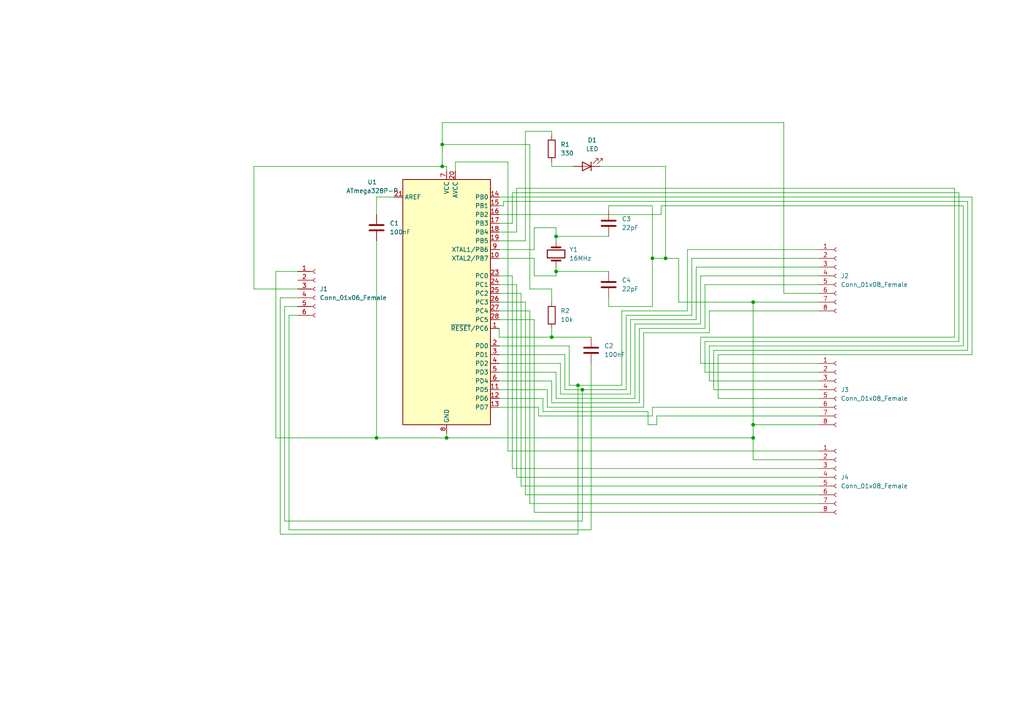
<source format=kicad_sch>
(kicad_sch (version 20211123) (generator eeschema)
  (paper "A4")
  (lib_symbols
    (symbol "Connector:Conn_01x06_Female" (pin_names (offset 1.016) hide)
      (property "Reference" "J" (at 0 7.62 0))
      (property "Value" "Conn_01x06_Female" (at 0 -10.16 0))
      (symbol "Conn_01x06_Female_1_1"
        (arc (start 0 -7.112) (mid -0.508 -7.62) (end 0 -8.128) (stroke (width 0.1524)))
        (arc (start 0 -4.572) (mid -0.508 -5.08) (end 0 -5.588) (stroke (width 0.1524)))
        (arc (start 0 -2.032) (mid -0.508 -2.54) (end 0 -3.048) (stroke (width 0.1524)))
        (polyline (pts (xy -1.27 -7.62) (xy -0.508 -7.62)) (stroke (width 0.1524)))
        (polyline (pts (xy -1.27 -5.08) (xy -0.508 -5.08)) (stroke (width 0.1524)))
        (polyline (pts (xy -1.27 -2.54) (xy -0.508 -2.54)) (stroke (width 0.1524)))
        (polyline (pts (xy -1.27 0) (xy -0.508 0)) (stroke (width 0.1524)))
        (polyline (pts (xy -1.27 2.54) (xy -0.508 2.54)) (stroke (width 0.1524)))
        (polyline (pts (xy -1.27 5.08) (xy -0.508 5.08)) (stroke (width 0.1524)))
        (arc (start 0 0.508) (mid -0.508 0) (end 0 -0.508) (stroke (width 0.1524)))
        (arc (start 0 3.048) (mid -0.508 2.54) (end 0 2.032) (stroke (width 0.1524)))
        (arc (start 0 5.588) (mid -0.508 5.08) (end 0 4.572) (stroke (width 0.1524)))
        (pin passive line (at -5.08 5.08 0) (length 3.81) (name "Pin_1") (number "1"))
        (pin passive line (at -5.08 2.54 0) (length 3.81) (name "Pin_2") (number "2"))
        (pin passive line (at -5.08 0 0) (length 3.81) (name "Pin_3") (number "3"))
        (pin passive line (at -5.08 -2.54 0) (length 3.81) (name "Pin_4") (number "4"))
        (pin passive line (at -5.08 -5.08 0) (length 3.81) (name "Pin_5") (number "5"))
        (pin passive line (at -5.08 -7.62 0) (length 3.81) (name "Pin_6") (number "6"))
      )
    )
    (symbol "Connector:Conn_01x08_Female" (pin_names (offset 1.016) hide)
      (property "Reference" "J" (at 0 10.16 0))
      (property "Value" "Conn_01x08_Female" (at 0 -12.7 0))
      (symbol "Conn_01x08_Female_1_1"
        (arc (start 0 -9.652) (mid -0.508 -10.16) (end 0 -10.668) (stroke (width 0.1524)))
        (arc (start 0 -7.112) (mid -0.508 -7.62) (end 0 -8.128) (stroke (width 0.1524)))
        (arc (start 0 -4.572) (mid -0.508 -5.08) (end 0 -5.588) (stroke (width 0.1524)))
        (arc (start 0 -2.032) (mid -0.508 -2.54) (end 0 -3.048) (stroke (width 0.1524)))
        (polyline (pts (xy -1.27 -10.16) (xy -0.508 -10.16)) (stroke (width 0.1524)))
        (polyline (pts (xy -1.27 -7.62) (xy -0.508 -7.62)) (stroke (width 0.1524)))
        (polyline (pts (xy -1.27 -5.08) (xy -0.508 -5.08)) (stroke (width 0.1524)))
        (polyline (pts (xy -1.27 -2.54) (xy -0.508 -2.54)) (stroke (width 0.1524)))
        (polyline (pts (xy -1.27 0) (xy -0.508 0)) (stroke (width 0.1524)))
        (polyline (pts (xy -1.27 2.54) (xy -0.508 2.54)) (stroke (width 0.1524)))
        (polyline (pts (xy -1.27 5.08) (xy -0.508 5.08)) (stroke (width 0.1524)))
        (polyline (pts (xy -1.27 7.62) (xy -0.508 7.62)) (stroke (width 0.1524)))
        (arc (start 0 0.508) (mid -0.508 0) (end 0 -0.508) (stroke (width 0.1524)))
        (arc (start 0 3.048) (mid -0.508 2.54) (end 0 2.032) (stroke (width 0.1524)))
        (arc (start 0 5.588) (mid -0.508 5.08) (end 0 4.572) (stroke (width 0.1524)))
        (arc (start 0 8.128) (mid -0.508 7.62) (end 0 7.112) (stroke (width 0.1524)))
        (pin passive line (at -5.08 7.62 0) (length 3.81) (name "Pin_1") (number "1"))
        (pin passive line (at -5.08 5.08 0) (length 3.81) (name "Pin_2") (number "2"))
        (pin passive line (at -5.08 2.54 0) (length 3.81) (name "Pin_3") (number "3"))
        (pin passive line (at -5.08 0 0) (length 3.81) (name "Pin_4") (number "4"))
        (pin passive line (at -5.08 -2.54 0) (length 3.81) (name "Pin_5") (number "5"))
        (pin passive line (at -5.08 -5.08 0) (length 3.81) (name "Pin_6") (number "6"))
        (pin passive line (at -5.08 -7.62 0) (length 3.81) (name "Pin_7") (number "7"))
        (pin passive line (at -5.08 -10.16 0) (length 3.81) (name "Pin_8") (number "8"))
      )
    )
    (symbol "Device:C" (pin_numbers hide) (pin_names (offset 0.254))
      (property "Reference" "C" (at 0.635 2.54 0))
      (property "Value" "C" (at 0.635 -2.54 0))
      (symbol "C_0_1"
        (polyline (pts (xy -2.032 -0.762) (xy 2.032 -0.762)) (stroke (width 0.508)))
        (polyline (pts (xy -2.032 0.762) (xy 2.032 0.762)) (stroke (width 0.508)))
      )
      (symbol "C_1_1"
        (pin passive line (at 0 3.81 270) (length 2.794) (name "~") (number "1"))
        (pin passive line (at 0 -3.81 90) (length 2.794) (name "~") (number "2"))
      )
    )
    (symbol "Device:Crystal" (pin_numbers hide) (pin_names (offset 1.016) hide)
      (property "Reference" "Y" (at 0 3.81 0))
      (property "Value" "Crystal" (at 0 -3.81 0))
      (symbol "Crystal_0_1"
        (rectangle (start -1.143 2.54) (end 1.143 -2.54) (stroke (width 0.3048)))
        (polyline (pts (xy -2.54 0) (xy -1.905 0)))
        (polyline (pts (xy -1.905 -1.27) (xy -1.905 1.27)) (stroke (width 0.508)))
        (polyline (pts (xy 1.905 -1.27) (xy 1.905 1.27)) (stroke (width 0.508)))
        (polyline (pts (xy 2.54 0) (xy 1.905 0)))
      )
      (symbol "Crystal_1_1"
        (pin passive line (at -3.81 0 0) (length 1.27) (name "1") (number "1"))
        (pin passive line (at 3.81 0 180) (length 1.27) (name "2") (number "2"))
      )
    )
    (symbol "Device:LED" (pin_numbers hide) (pin_names (offset 1.016) hide)
      (property "Reference" "D" (at 0 2.54 0))
      (property "Value" "LED" (at 0 -2.54 0))
      (symbol "LED_0_1"
        (polyline (pts (xy -1.27 -1.27) (xy -1.27 1.27)) (stroke (width 0.254)))
        (polyline (pts (xy -1.27 0) (xy 1.27 0)))
        (polyline (pts (xy 1.27 -1.27) (xy 1.27 1.27) (xy -1.27 0) (xy 1.27 -1.27)) (stroke (width 0.254)))
        (polyline (pts (xy -3.048 -0.762) (xy -4.572 -2.286) (xy -3.81 -2.286) (xy -4.572 -2.286) (xy -4.572 -1.524)))
        (polyline (pts (xy -1.778 -0.762) (xy -3.302 -2.286) (xy -2.54 -2.286) (xy -3.302 -2.286) (xy -3.302 -1.524)))
      )
      (symbol "LED_1_1"
        (pin passive line (at -3.81 0 0) (length 2.54) (name "K") (number "1"))
        (pin passive line (at 3.81 0 180) (length 2.54) (name "A") (number "2"))
      )
    )
    (symbol "Device:R" (pin_numbers hide) (pin_names (offset 0))
      (property "Reference" "R" (at 2.032 0 90))
      (property "Value" "R" (at 0 0 90))
      (symbol "R_0_1"
        (rectangle (start -1.016 -2.54) (end 1.016 2.54) (stroke (width 0.254)))
      )
      (symbol "R_1_1"
        (pin passive line (at 0 3.81 270) (length 1.27) (name "~") (number "1"))
        (pin passive line (at 0 -3.81 90) (length 1.27) (name "~") (number "2"))
      )
    )
    (symbol "MCU_Microchip_ATmega:ATmega328P-P"
      (property "Reference" "U" (at -12.7 36.83 0))
      (property "Value" "ATmega328P-P" (at 2.54 -36.83 0))
      (symbol "ATmega328P-P_0_1"
        (rectangle (start -12.7 -35.56) (end 12.7 35.56) (stroke (width 0.254)) (fill (type background)))
      )
      (symbol "ATmega328P-P_1_1"
        (pin bidirectional line (at 15.24 -7.62 180) (length 2.54) (name "~{RESET}/PC6") (number "1"))
        (pin bidirectional line (at 15.24 12.7 180) (length 2.54) (name "XTAL2/PB7") (number "10"))
        (pin bidirectional line (at 15.24 -25.4 180) (length 2.54) (name "PD5") (number "11"))
        (pin bidirectional line (at 15.24 -27.94 180) (length 2.54) (name "PD6") (number "12"))
        (pin bidirectional line (at 15.24 -30.48 180) (length 2.54) (name "PD7") (number "13"))
        (pin bidirectional line (at 15.24 30.48 180) (length 2.54) (name "PB0") (number "14"))
        (pin bidirectional line (at 15.24 27.94 180) (length 2.54) (name "PB1") (number "15"))
        (pin bidirectional line (at 15.24 25.4 180) (length 2.54) (name "PB2") (number "16"))
        (pin bidirectional line (at 15.24 22.86 180) (length 2.54) (name "PB3") (number "17"))
        (pin bidirectional line (at 15.24 20.32 180) (length 2.54) (name "PB4") (number "18"))
        (pin bidirectional line (at 15.24 17.78 180) (length 2.54) (name "PB5") (number "19"))
        (pin bidirectional line (at 15.24 -12.7 180) (length 2.54) (name "PD0") (number "2"))
        (pin power_in line (at 2.54 38.1 270) (length 2.54) (name "AVCC") (number "20"))
        (pin passive line (at -15.24 30.48 0) (length 2.54) (name "AREF") (number "21"))
        (pin passive line (at 0 -38.1 90) (length 2.54) hide (name "GND") (number "22"))
        (pin bidirectional line (at 15.24 7.62 180) (length 2.54) (name "PC0") (number "23"))
        (pin bidirectional line (at 15.24 5.08 180) (length 2.54) (name "PC1") (number "24"))
        (pin bidirectional line (at 15.24 2.54 180) (length 2.54) (name "PC2") (number "25"))
        (pin bidirectional line (at 15.24 0 180) (length 2.54) (name "PC3") (number "26"))
        (pin bidirectional line (at 15.24 -2.54 180) (length 2.54) (name "PC4") (number "27"))
        (pin bidirectional line (at 15.24 -5.08 180) (length 2.54) (name "PC5") (number "28"))
        (pin bidirectional line (at 15.24 -15.24 180) (length 2.54) (name "PD1") (number "3"))
        (pin bidirectional line (at 15.24 -17.78 180) (length 2.54) (name "PD2") (number "4"))
        (pin bidirectional line (at 15.24 -20.32 180) (length 2.54) (name "PD3") (number "5"))
        (pin bidirectional line (at 15.24 -22.86 180) (length 2.54) (name "PD4") (number "6"))
        (pin power_in line (at 0 38.1 270) (length 2.54) (name "VCC") (number "7"))
        (pin power_in line (at 0 -38.1 90) (length 2.54) (name "GND") (number "8"))
        (pin bidirectional line (at 15.24 15.24 180) (length 2.54) (name "XTAL1/PB6") (number "9"))
      )
    )
  )
  (junction (at 167.64 111.76))
  (junction (at 193.04 74.93))
  (junction (at 161.29 78.74))
  (junction (at 109.22 127))
  (junction (at 160.02 97.79))
  (junction (at 129.54 127))
  (junction (at 128.27 41.91))
  (junction (at 189.23 74.93))
  (junction (at 128.27 48.26))
  (junction (at 168.91 113.03))
  (junction (at 218.44 87.63))
  (junction (at 161.29 68.58))
  (junction (at 218.44 127))
  (junction (at 218.44 123.19))
  (wire (pts (xy 205.74 110.49) (xy 205.74 100.33)))
  (wire (pts (xy 154.94 80.01) (xy 161.29 80.01)))
  (wire (pts (xy 109.22 69.85) (xy 109.22 127)))
  (wire (pts (xy 182.88 92.71) (xy 182.88 114.3)))
  (wire (pts (xy 144.78 102.87) (xy 163.83 102.87)))
  (wire (pts (xy 218.44 87.63) (xy 237.49 87.63)))
  (wire (pts (xy 144.78 110.49) (xy 160.02 110.49)))
  (wire (pts (xy 200.66 74.93) (xy 237.49 74.93)))
  (wire (pts (xy 161.29 66.04) (xy 161.29 68.58)))
  (wire (pts (xy 144.78 80.01) (xy 148.59 80.01)))
  (wire (pts (xy 163.83 113.03) (xy 168.91 113.03)))
  (wire (pts (xy 86.36 78.74) (xy 80.01 78.74)))
  (wire (pts (xy 144.78 57.15) (xy 281.94 57.15)))
  (wire (pts (xy 189.23 120.65) (xy 189.23 118.11)))
  (wire (pts (xy 144.78 74.93) (xy 154.94 74.93)))
  (wire (pts (xy 187.96 123.19) (xy 190.5 123.19)))
  (wire (pts (xy 148.59 135.89) (xy 237.49 135.89)))
  (wire (pts (xy 280.67 101.6) (xy 207.01 101.6)))
  (wire (pts (xy 204.47 95.25) (xy 185.42 95.25)))
  (wire (pts (xy 227.33 85.09) (xy 237.49 85.09)))
  (wire (pts (xy 227.33 85.09) (xy 227.33 35.56)))
  (wire (pts (xy 132.08 46.99) (xy 147.32 46.99)))
  (wire (pts (xy 237.49 110.49) (xy 205.74 110.49)))
  (wire (pts (xy 156.21 120.65) (xy 156.21 118.11)))
  (wire (pts (xy 81.28 86.36) (xy 81.28 154.94)))
  (wire (pts (xy 80.01 78.74) (xy 80.01 127)))
  (wire (pts (xy 168.91 113.03) (xy 181.61 113.03)))
  (wire (pts (xy 227.33 35.56) (xy 128.27 35.56)))
  (wire (pts (xy 201.93 77.47) (xy 201.93 92.71)))
  (wire (pts (xy 144.78 82.55) (xy 149.86 82.55)))
  (wire (pts (xy 165.1 111.76) (xy 167.64 111.76)))
  (wire (pts (xy 180.34 111.76) (xy 180.34 90.17)))
  (wire (pts (xy 154.94 74.93) (xy 154.94 80.01)))
  (wire (pts (xy 180.34 90.17) (xy 199.39 90.17)))
  (wire (pts (xy 152.4 143.51) (xy 152.4 87.63)))
  (wire (pts (xy 208.28 102.87) (xy 208.28 115.57)))
  (wire (pts (xy 205.74 100.33) (xy 279.4 100.33)))
  (wire (pts (xy 83.82 153.67) (xy 171.45 153.67)))
  (wire (pts (xy 162.56 105.41) (xy 144.78 105.41)))
  (wire (pts (xy 281.94 57.15) (xy 281.94 102.87)))
  (wire (pts (xy 203.2 97.79) (xy 203.2 105.41)))
  (wire (pts (xy 144.78 97.79) (xy 144.78 95.25)))
  (wire (pts (xy 160.02 38.1) (xy 160.02 39.37)))
  (wire (pts (xy 160.02 48.26) (xy 166.37 48.26)))
  (wire (pts (xy 149.86 54.61) (xy 276.86 54.61)))
  (wire (pts (xy 160.02 83.82) (xy 153.67 83.82)))
  (wire (pts (xy 237.49 143.51) (xy 152.4 143.51)))
  (wire (pts (xy 157.48 115.57) (xy 157.48 119.38)))
  (wire (pts (xy 237.49 148.59) (xy 154.94 148.59)))
  (wire (pts (xy 205.74 90.17) (xy 205.74 96.52)))
  (wire (pts (xy 82.55 151.13) (xy 168.91 151.13)))
  (wire (pts (xy 160.02 46.99) (xy 160.02 48.26)))
  (wire (pts (xy 146.05 58.42) (xy 280.67 58.42)))
  (wire (pts (xy 207.01 101.6) (xy 207.01 113.03)))
  (wire (pts (xy 279.4 59.69) (xy 191.77 59.69)))
  (wire (pts (xy 189.23 88.9) (xy 176.53 88.9)))
  (wire (pts (xy 237.49 138.43) (xy 149.86 138.43)))
  (wire (pts (xy 190.5 123.19) (xy 190.5 120.65)))
  (wire (pts (xy 86.36 91.44) (xy 83.82 91.44)))
  (wire (pts (xy 154.94 92.71) (xy 144.78 92.71)))
  (wire (pts (xy 165.1 100.33) (xy 165.1 111.76)))
  (wire (pts (xy 237.49 90.17) (xy 205.74 90.17)))
  (wire (pts (xy 184.15 115.57) (xy 161.29 115.57)))
  (wire (pts (xy 153.67 146.05) (xy 153.67 90.17)))
  (wire (pts (xy 218.44 133.35) (xy 218.44 127)))
  (wire (pts (xy 190.5 120.65) (xy 237.49 120.65)))
  (wire (pts (xy 144.78 67.31) (xy 149.86 67.31)))
  (wire (pts (xy 144.78 69.85) (xy 152.4 69.85)))
  (wire (pts (xy 148.59 64.77) (xy 148.59 55.88)))
  (wire (pts (xy 86.36 88.9) (xy 82.55 88.9)))
  (wire (pts (xy 160.02 83.82) (xy 160.02 87.63)))
  (wire (pts (xy 186.69 118.11) (xy 158.75 118.11)))
  (wire (pts (xy 185.42 116.84) (xy 160.02 116.84)))
  (wire (pts (xy 114.3 57.15) (xy 109.22 57.15)))
  (wire (pts (xy 81.28 154.94) (xy 167.64 154.94)))
  (wire (pts (xy 237.49 140.97) (xy 151.13 140.97)))
  (wire (pts (xy 160.02 116.84) (xy 160.02 110.49)))
  (wire (pts (xy 161.29 78.74) (xy 161.29 80.01)))
  (wire (pts (xy 146.05 59.69) (xy 146.05 58.42)))
  (wire (pts (xy 204.47 99.06) (xy 204.47 107.95)))
  (wire (pts (xy 281.94 102.87) (xy 208.28 102.87)))
  (wire (pts (xy 158.75 113.03) (xy 144.78 113.03)))
  (wire (pts (xy 173.99 48.26) (xy 193.04 48.26)))
  (wire (pts (xy 161.29 68.58) (xy 161.29 69.85)))
  (wire (pts (xy 73.66 48.26) (xy 128.27 48.26)))
  (wire (pts (xy 144.78 107.95) (xy 161.29 107.95)))
  (wire (pts (xy 181.61 91.44) (xy 200.66 91.44)))
  (wire (pts (xy 168.91 151.13) (xy 168.91 113.03)))
  (wire (pts (xy 144.78 72.39) (xy 154.94 72.39)))
  (wire (pts (xy 187.96 119.38) (xy 187.96 123.19)))
  (wire (pts (xy 196.85 87.63) (xy 218.44 87.63)))
  (wire (pts (xy 184.15 93.98) (xy 184.15 115.57)))
  (wire (pts (xy 199.39 90.17) (xy 199.39 72.39)))
  (wire (pts (xy 204.47 82.55) (xy 204.47 95.25)))
  (wire (pts (xy 193.04 74.93) (xy 196.85 74.93)))
  (wire (pts (xy 199.39 72.39) (xy 237.49 72.39)))
  (wire (pts (xy 109.22 127) (xy 129.54 127)))
  (wire (pts (xy 156.21 118.11) (xy 144.78 118.11)))
  (wire (pts (xy 176.53 60.96) (xy 176.53 59.69)))
  (wire (pts (xy 144.78 64.77) (xy 148.59 64.77)))
  (wire (pts (xy 129.54 48.26) (xy 129.54 49.53)))
  (wire (pts (xy 191.77 59.69) (xy 191.77 62.23)))
  (wire (pts (xy 153.67 90.17) (xy 144.78 90.17)))
  (wire (pts (xy 218.44 123.19) (xy 218.44 87.63)))
  (wire (pts (xy 162.56 114.3) (xy 162.56 105.41)))
  (wire (pts (xy 144.78 59.69) (xy 146.05 59.69)))
  (wire (pts (xy 207.01 113.03) (xy 237.49 113.03)))
  (wire (pts (xy 158.75 118.11) (xy 158.75 113.03)))
  (wire (pts (xy 147.32 130.81) (xy 237.49 130.81)))
  (wire (pts (xy 186.69 96.52) (xy 186.69 118.11)))
  (wire (pts (xy 204.47 107.95) (xy 237.49 107.95)))
  (wire (pts (xy 280.67 58.42) (xy 280.67 101.6)))
  (wire (pts (xy 161.29 115.57) (xy 161.29 107.95)))
  (wire (pts (xy 218.44 127) (xy 218.44 123.19)))
  (wire (pts (xy 237.49 80.01) (xy 203.2 80.01)))
  (wire (pts (xy 156.21 120.65) (xy 189.23 120.65)))
  (wire (pts (xy 176.53 59.69) (xy 189.23 59.69)))
  (wire (pts (xy 276.86 97.79) (xy 203.2 97.79)))
  (wire (pts (xy 171.45 153.67) (xy 171.45 105.41)))
  (wire (pts (xy 128.27 35.56) (xy 128.27 41.91)))
  (wire (pts (xy 80.01 127) (xy 109.22 127)))
  (wire (pts (xy 161.29 78.74) (xy 176.53 78.74)))
  (wire (pts (xy 278.13 99.06) (xy 204.47 99.06)))
  (wire (pts (xy 154.94 66.04) (xy 154.94 72.39)))
  (wire (pts (xy 276.86 54.61) (xy 276.86 97.79)))
  (wire (pts (xy 182.88 114.3) (xy 162.56 114.3)))
  (wire (pts (xy 154.94 148.59) (xy 154.94 92.71)))
  (wire (pts (xy 148.59 55.88) (xy 278.13 55.88)))
  (wire (pts (xy 151.13 140.97) (xy 151.13 85.09)))
  (wire (pts (xy 152.4 87.63) (xy 144.78 87.63)))
  (wire (pts (xy 189.23 59.69) (xy 189.23 74.93)))
  (wire (pts (xy 161.29 68.58) (xy 176.53 68.58)))
  (wire (pts (xy 279.4 100.33) (xy 279.4 59.69)))
  (wire (pts (xy 160.02 97.79) (xy 171.45 97.79)))
  (wire (pts (xy 189.23 118.11) (xy 237.49 118.11)))
  (wire (pts (xy 147.32 46.99) (xy 147.32 130.81)))
  (wire (pts (xy 200.66 91.44) (xy 200.66 74.93)))
  (wire (pts (xy 153.67 83.82) (xy 153.67 41.91)))
  (wire (pts (xy 132.08 49.53) (xy 132.08 46.99)))
  (wire (pts (xy 218.44 123.19) (xy 237.49 123.19)))
  (wire (pts (xy 128.27 41.91) (xy 128.27 48.26)))
  (wire (pts (xy 157.48 119.38) (xy 187.96 119.38)))
  (wire (pts (xy 185.42 95.25) (xy 185.42 116.84)))
  (wire (pts (xy 237.49 146.05) (xy 153.67 146.05)))
  (wire (pts (xy 73.66 83.82) (xy 73.66 48.26)))
  (wire (pts (xy 149.86 67.31) (xy 149.86 54.61)))
  (wire (pts (xy 129.54 125.73) (xy 129.54 127)))
  (wire (pts (xy 193.04 48.26) (xy 193.04 74.93)))
  (wire (pts (xy 237.49 77.47) (xy 201.93 77.47)))
  (wire (pts (xy 144.78 97.79) (xy 160.02 97.79)))
  (wire (pts (xy 205.74 96.52) (xy 186.69 96.52)))
  (wire (pts (xy 189.23 74.93) (xy 193.04 74.93)))
  (wire (pts (xy 128.27 48.26) (xy 129.54 48.26)))
  (wire (pts (xy 237.49 82.55) (xy 204.47 82.55)))
  (wire (pts (xy 203.2 93.98) (xy 184.15 93.98)))
  (wire (pts (xy 160.02 95.25) (xy 160.02 97.79)))
  (wire (pts (xy 167.64 111.76) (xy 180.34 111.76)))
  (wire (pts (xy 176.53 86.36) (xy 176.53 88.9)))
  (wire (pts (xy 278.13 55.88) (xy 278.13 99.06)))
  (wire (pts (xy 86.36 83.82) (xy 73.66 83.82)))
  (wire (pts (xy 144.78 100.33) (xy 165.1 100.33)))
  (wire (pts (xy 152.4 38.1) (xy 160.02 38.1)))
  (wire (pts (xy 218.44 133.35) (xy 237.49 133.35)))
  (wire (pts (xy 167.64 154.94) (xy 167.64 111.76)))
  (wire (pts (xy 189.23 74.93) (xy 189.23 88.9)))
  (wire (pts (xy 161.29 77.47) (xy 161.29 78.74)))
  (wire (pts (xy 148.59 80.01) (xy 148.59 135.89)))
  (wire (pts (xy 203.2 105.41) (xy 237.49 105.41)))
  (wire (pts (xy 109.22 57.15) (xy 109.22 62.23)))
  (wire (pts (xy 151.13 85.09) (xy 144.78 85.09)))
  (wire (pts (xy 196.85 74.93) (xy 196.85 87.63)))
  (wire (pts (xy 208.28 115.57) (xy 237.49 115.57)))
  (wire (pts (xy 191.77 62.23) (xy 144.78 62.23)))
  (wire (pts (xy 86.36 86.36) (xy 81.28 86.36)))
  (wire (pts (xy 144.78 115.57) (xy 157.48 115.57)))
  (wire (pts (xy 203.2 80.01) (xy 203.2 93.98)))
  (wire (pts (xy 201.93 92.71) (xy 182.88 92.71)))
  (wire (pts (xy 149.86 138.43) (xy 149.86 82.55)))
  (wire (pts (xy 163.83 102.87) (xy 163.83 113.03)))
  (wire (pts (xy 129.54 127) (xy 218.44 127)))
  (wire (pts (xy 83.82 91.44) (xy 83.82 153.67)))
  (wire (pts (xy 161.29 66.04) (xy 154.94 66.04)))
  (wire (pts (xy 181.61 113.03) (xy 181.61 91.44)))
  (wire (pts (xy 82.55 88.9) (xy 82.55 151.13)))
  (wire (pts (xy 152.4 69.85) (xy 152.4 38.1)))
  (wire (pts (xy 153.67 41.91) (xy 128.27 41.91)))
  (symbol (lib_id "Connector:Conn_01x08_Female") (at 242.57 138.43 0) (unit 1)
    (property "Reference" "J4" (at 243.84 138.4299 0) (effects (justify left)))
    (property "Value" "Conn_01x08_Female" (at 243.84 140.9699 0) (effects (justify left)))
    (property "Footprint" "Connector_PinSocket_2.54mm:PinSocket_1x08_P2.54mm_Vertical" (effects hide))
  )
  (symbol (lib_id "MCU_Microchip_ATmega:ATmega328P-P") (at 129.54 87.63 0) (unit 1)
    (property "Reference" "U1" (at 107.95 52.8193 0))
    (property "Value" "ATmega328P-P" (at 107.95 55.3593 0))
    (property "Footprint" "Package_DIP:DIP-28_W7.62mm" (effects hide))
    (property "Datasheet" "http://ww1.microchip.com/downloads/en/DeviceDoc/ATmega328_P%20AVR%20MCU%20with%20picoPower%20Technology%20Data%20Sheet%2040001984A.pdf" (effects hide))
  )
  (symbol (lib_id "Device:C") (at 171.45 101.6 0) (unit 1)
    (property "Reference" "C2" (at 175.26 100.3299 0) (effects (justify left)))
    (property "Value" "100nF" (at 175.26 102.8699 0) (effects (justify left)))
    (property "Footprint" "Capacitor_THT:C_Disc_D3.0mm_W1.6mm_P2.50mm" (effects hide))
  )
  (symbol (lib_id "Connector:Conn_01x06_Female") (at 91.44 83.82 0) (unit 1)
    (property "Reference" "J1" (at 92.71 83.8199 0) (effects (justify left)))
    (property "Value" "Conn_01x06_Female" (at 92.71 86.3599 0) (effects (justify left)))
    (property "Footprint" "Connector_PinSocket_2.54mm:PinSocket_1x06_P2.54mm_Vertical" (effects hide))
  )
  (symbol (lib_id "Device:LED") (at 170.18 48.26 180) (unit 1)
    (property "Reference" "D1" (at 171.7675 40.64 0))
    (property "Value" "LED" (at 171.7675 43.18 0))
    (property "Footprint" "LED_THT:LED_D3.0mm" (effects hide))
  )
  (symbol (lib_id "Device:C") (at 176.53 64.77 0) (unit 1)
    (property "Reference" "C3" (at 180.34 63.4999 0) (effects (justify left)))
    (property "Value" "22pF" (at 180.34 66.0399 0) (effects (justify left)))
    (property "Footprint" "Capacitor_THT:C_Disc_D3.0mm_W1.6mm_P2.50mm" (effects hide))
  )
  (symbol (lib_id "Connector:Conn_01x08_Female") (at 242.57 80.01 0) (unit 1)
    (property "Reference" "J2" (at 243.84 80.0099 0) (effects (justify left)))
    (property "Value" "Conn_01x08_Female" (at 243.84 82.5499 0) (effects (justify left)))
    (property "Footprint" "Connector_PinSocket_2.54mm:PinSocket_1x08_P2.54mm_Vertical" (effects hide))
  )
  (symbol (lib_id "Device:Crystal") (at 161.29 73.66 90) (unit 1)
    (property "Reference" "Y1" (at 165.1 72.3899 90) (effects (justify right)))
    (property "Value" "16MHz" (at 165.1 74.9299 90) (effects (justify right)))
    (property "Footprint" "Crystal:Crystal_HC49-4H_Vertical" (effects hide))
  )
  (symbol (lib_id "Device:C") (at 109.22 66.04 0) (unit 1)
    (property "Reference" "C1" (at 113.03 64.7699 0) (effects (justify left)))
    (property "Value" "100nF" (at 113.03 67.3099 0) (effects (justify left)))
    (property "Footprint" "Capacitor_THT:C_Disc_D5.0mm_W2.5mm_P5.00mm" (effects hide))
  )
  (symbol (lib_id "Device:C") (at 176.53 82.55 0) (unit 1)
    (property "Reference" "C4" (at 180.34 81.2799 0) (effects (justify left)))
    (property "Value" "22pF" (at 180.34 83.8199 0) (effects (justify left)))
    (property "Footprint" "Capacitor_THT:C_Disc_D3.0mm_W1.6mm_P2.50mm" (effects hide))
  )
  (symbol (lib_id "Device:R") (at 160.02 43.18 0) (unit 1)
    (property "Reference" "R1" (at 162.56 41.9099 0) (effects (justify left)))
    (property "Value" "330" (at 162.56 44.4499 0) (effects (justify left)))
    (property "Footprint" "Resistor_THT:R_Axial_DIN0204_L3.6mm_D1.6mm_P7.62mm_Horizontal" (effects hide))
  )
  (symbol (lib_id "Connector:Conn_01x08_Female") (at 242.57 113.03 0) (unit 1)
    (property "Reference" "J3" (at 243.84 113.0299 0) (effects (justify left)))
    (property "Value" "Conn_01x08_Female" (at 243.84 115.5699 0) (effects (justify left)))
    (property "Footprint" "Connector_PinSocket_2.54mm:PinSocket_1x08_P2.54mm_Vertical" (effects hide))
  )
  (symbol (lib_id "Device:R") (at 160.02 91.44 0) (unit 1)
    (property "Reference" "R2" (at 162.56 90.1699 0) (effects (justify left)))
    (property "Value" "10k" (at 162.56 92.7099 0) (effects (justify left)))
    (property "Footprint" "Resistor_THT:R_Axial_DIN0204_L3.6mm_D1.6mm_P7.62mm_Horizontal" (effects hide))
  )
)
</source>
